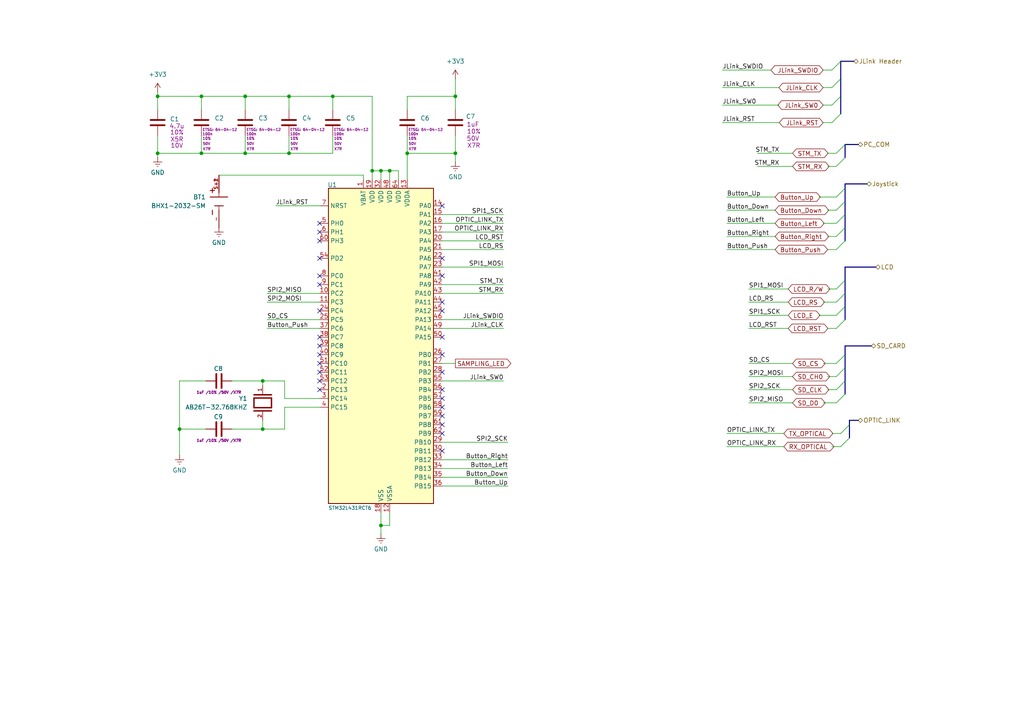
<source format=kicad_sch>
(kicad_sch (version 20250114) (generator "eeschema") (generator_version "9.0")
  (paper "A4")
  (lib_symbols
    (symbol "Device:C" (pin_numbers (hide yes)) (pin_names (offset 0.254))
      (property "Reference" "C" (at 0.635 2.54 0))
      (property "Value" "C" (at 0.635 -2.54 0))
      (symbol "C_0_1"
        (polyline (pts (xy -2.032 0.762) (xy 2.032 0.762)) (stroke (width 0.508)))
        (polyline (pts (xy -2.032 -0.762) (xy 2.032 -0.762)) (stroke (width 0.508)))
      )
      (symbol "C_1_1"
        (pin passive line (at 0 3.81 270) (length 2.794) (name "~") (number "1"))
        (pin passive line (at 0 -3.81 90) (length 2.794) (name "~") (number "2"))
      )
    )
    (symbol "Earr_loggy_sym_lib:AB26T-32.768KHZ" (pin_names (offset 1.016))
      (property "Reference" "Y" (at -5.0878 3.8159 0))
      (property "Value" "AB26T-32.768KHZ" (at -5.0944 -5.0944 0))
      (symbol "AB26T-32.768KHZ_0_0"
        (polyline (pts (xy -2.3368 2.54) (xy -2.3368 -2.54)) (stroke (width 0.4064)))
        (polyline (pts (xy -1.397 2.54) (xy -1.397 -2.54)) (stroke (width 0.4064)))
        (polyline (pts (xy -1.397 2.54) (xy 1.397 2.54)) (stroke (width 0.4064)))
        (polyline (pts (xy 1.397 2.54) (xy 1.397 -2.54)) (stroke (width 0.4064)))
        (polyline (pts (xy 1.397 -2.54) (xy -1.397 -2.54)) (stroke (width 0.4064)))
        (polyline (pts (xy 2.3368 2.54) (xy 2.3368 -2.54)) (stroke (width 0.4064)))
        (pin passive line (at -5.08 0 0) (length 2.54) (name "~") (number "1"))
        (pin passive line (at 5.08 0 180) (length 2.54) (name "~") (number "2"))
      )
    )
    (symbol "Earr_loggy_sym_lib:BHX1-2032-SM" (pin_names (offset 1.016))
      (property "Reference" "BT" (at -3.81 3.81 0))
      (property "Value" "BHX1-2032-SM" (at -3.81 -5.08 0))
      (symbol "BHX1-2032-SM_0_0"
        (polyline (pts (xy -3.81 1.905) (xy -2.54 1.905)) (stroke (width 0.254)))
        (polyline (pts (xy -3.175 2.54) (xy -3.175 1.27)) (stroke (width 0.254)))
        (polyline (pts (xy -1.27 2.54) (xy -1.27 -2.54)) (stroke (width 0.254)))
        (polyline (pts (xy -1.27 0) (xy -2.54 0)) (stroke (width 0.1524)))
        (polyline (pts (xy 1.27 1.27) (xy 1.27 -1.27)) (stroke (width 0.254)))
        (polyline (pts (xy 1.27 0) (xy 2.54 0)) (stroke (width 0.1524)))
        (polyline (pts (xy 3.81 1.905) (xy 2.54 1.905)) (stroke (width 0.254)))
        (pin passive line (at -7.62 0 0) (length 5.08) (name "~") (number "S+1"))
        (pin passive line (at -7.62 0 0) (length 5.08) (name "~") (number "S+2"))
        (pin passive line (at 7.62 0 180) (length 5.08) (name "~") (number "-"))
      )
    )
    (symbol "MCU_ST_STM32L4:STM32L431RCTx"
      (property "Reference" "U" (at -15.24 46.99 0))
      (property "Value" "STM32L431RCTx" (at 10.16 46.99 0))
      (symbol "STM32L431RCTx_0_1"
        (rectangle (start -15.24 -45.72) (end 15.24 45.72) (stroke (width 0.254)) (fill (type background)))
      )
      (symbol "STM32L431RCTx_1_1"
        (pin input line (at -17.78 40.64 0) (length 2.54) (name "NRST") (number "7"))
        (pin bidirectional line (at -17.78 35.56 0) (length 2.54) (name "PH0") (number "5"))
        (pin bidirectional line (at -17.78 33.02 0) (length 2.54) (name "PH1") (number "6"))
        (pin bidirectional line (at -17.78 30.48 0) (length 2.54) (name "PH3") (number "60"))
        (pin bidirectional line (at -17.78 25.4 0) (length 2.54) (name "PD2") (number "54"))
        (pin bidirectional line (at -17.78 20.32 0) (length 2.54) (name "PC0") (number "8"))
        (pin bidirectional line (at -17.78 17.78 0) (length 2.54) (name "PC1") (number "9"))
        (pin bidirectional line (at -17.78 15.24 0) (length 2.54) (name "PC2") (number "10"))
        (pin bidirectional line (at -17.78 12.7 0) (length 2.54) (name "PC3") (number "11"))
        (pin bidirectional line (at -17.78 10.16 0) (length 2.54) (name "PC4") (number "24"))
        (pin bidirectional line (at -17.78 7.62 0) (length 2.54) (name "PC5") (number "25"))
        (pin bidirectional line (at -17.78 5.08 0) (length 2.54) (name "PC6") (number "37"))
        (pin bidirectional line (at -17.78 2.54 0) (length 2.54) (name "PC7") (number "38"))
        (pin bidirectional line (at -17.78 0 0) (length 2.54) (name "PC8") (number "39"))
        (pin bidirectional line (at -17.78 -2.54 0) (length 2.54) (name "PC9") (number "40"))
        (pin bidirectional line (at -17.78 -5.08 0) (length 2.54) (name "PC10") (number "51"))
        (pin bidirectional line (at -17.78 -7.62 0) (length 2.54) (name "PC11") (number "52"))
        (pin bidirectional line (at -17.78 -10.16 0) (length 2.54) (name "PC12") (number "53"))
        (pin bidirectional line (at -17.78 -12.7 0) (length 2.54) (name "PC13") (number "2"))
        (pin bidirectional line (at -17.78 -15.24 0) (length 2.54) (name "PC14") (number "3"))
        (pin bidirectional line (at -17.78 -17.78 0) (length 2.54) (name "PC15") (number "4"))
        (pin power_in line (at -5.08 48.26 270) (length 2.54) (name "VBAT") (number "1"))
        (pin power_in line (at -2.54 48.26 270) (length 2.54) (name "VDD") (number "19"))
        (pin power_in line (at 0 48.26 270) (length 2.54) (name "VDD") (number "32"))
        (pin power_in line (at 0 -48.26 90) (length 2.54) (name "VSS") (number "18"))
        (pin passive line (at 0 -48.26 90) (length 2.54) (hide yes) (name "VSS") (number "31"))
        (pin passive line (at 0 -48.26 90) (length 2.54) (hide yes) (name "VSS") (number "47"))
        (pin passive line (at 0 -48.26 90) (length 2.54) (hide yes) (name "VSS") (number "63"))
        (pin power_in line (at 2.54 48.26 270) (length 2.54) (name "VDD") (number "48"))
        (pin power_in line (at 2.54 -48.26 90) (length 2.54) (name "VSSA") (number "12"))
        (pin power_in line (at 5.08 48.26 270) (length 2.54) (name "VDD") (number "64"))
        (pin power_in line (at 7.62 48.26 270) (length 2.54) (name "VDDA") (number "13"))
        (pin bidirectional line (at 17.78 40.64 180) (length 2.54) (name "PA0") (number "14"))
        (pin bidirectional line (at 17.78 38.1 180) (length 2.54) (name "PA1") (number "15"))
        (pin bidirectional line (at 17.78 35.56 180) (length 2.54) (name "PA2") (number "16"))
        (pin bidirectional line (at 17.78 33.02 180) (length 2.54) (name "PA3") (number "17"))
        (pin bidirectional line (at 17.78 30.48 180) (length 2.54) (name "PA4") (number "20"))
        (pin bidirectional line (at 17.78 27.94 180) (length 2.54) (name "PA5") (number "21"))
        (pin bidirectional line (at 17.78 25.4 180) (length 2.54) (name "PA6") (number "22"))
        (pin bidirectional line (at 17.78 22.86 180) (length 2.54) (name "PA7") (number "23"))
        (pin bidirectional line (at 17.78 20.32 180) (length 2.54) (name "PA8") (number "41"))
        (pin bidirectional line (at 17.78 17.78 180) (length 2.54) (name "PA9") (number "42"))
        (pin bidirectional line (at 17.78 15.24 180) (length 2.54) (name "PA10") (number "43"))
        (pin bidirectional line (at 17.78 12.7 180) (length 2.54) (name "PA11") (number "44"))
        (pin bidirectional line (at 17.78 10.16 180) (length 2.54) (name "PA12") (number "45"))
        (pin bidirectional line (at 17.78 7.62 180) (length 2.54) (name "PA13") (number "46"))
        (pin bidirectional line (at 17.78 5.08 180) (length 2.54) (name "PA14") (number "49"))
        (pin bidirectional line (at 17.78 2.54 180) (length 2.54) (name "PA15") (number "50"))
        (pin bidirectional line (at 17.78 -2.54 180) (length 2.54) (name "PB0") (number "26"))
        (pin bidirectional line (at 17.78 -5.08 180) (length 2.54) (name "PB1") (number "27"))
        (pin bidirectional line (at 17.78 -7.62 180) (length 2.54) (name "PB2") (number "28"))
        (pin bidirectional line (at 17.78 -10.16 180) (length 2.54) (name "PB3") (number "55"))
        (pin bidirectional line (at 17.78 -12.7 180) (length 2.54) (name "PB4") (number "56"))
        (pin bidirectional line (at 17.78 -15.24 180) (length 2.54) (name "PB5") (number "57"))
        (pin bidirectional line (at 17.78 -17.78 180) (length 2.54) (name "PB6") (number "58"))
        (pin bidirectional line (at 17.78 -20.32 180) (length 2.54) (name "PB7") (number "59"))
        (pin bidirectional line (at 17.78 -22.86 180) (length 2.54) (name "PB8") (number "61"))
        (pin bidirectional line (at 17.78 -25.4 180) (length 2.54) (name "PB9") (number "62"))
        (pin bidirectional line (at 17.78 -27.94 180) (length 2.54) (name "PB10") (number "29"))
        (pin bidirectional line (at 17.78 -30.48 180) (length 2.54) (name "PB11") (number "30"))
        (pin bidirectional line (at 17.78 -33.02 180) (length 2.54) (name "PB12") (number "33"))
        (pin bidirectional line (at 17.78 -35.56 180) (length 2.54) (name "PB13") (number "34"))
        (pin bidirectional line (at 17.78 -38.1 180) (length 2.54) (name "PB14") (number "35"))
        (pin bidirectional line (at 17.78 -40.64 180) (length 2.54) (name "PB15") (number "36"))
      )
    )
    (symbol "power:+3V3" (power) (pin_numbers (hide yes)) (pin_names (offset 0) (hide yes))
      (property "Value" "+3V3" (at 0 3.556 0))
      (symbol "+3V3_0_1"
        (polyline (pts (xy -0.762 1.27) (xy 0 2.54)))
        (polyline (pts (xy 0 2.54) (xy 0.762 1.27)))
        (polyline (pts (xy 0 0) (xy 0 2.54)))
      )
      (symbol "+3V3_1_1"
        (pin power_in line (at 0 0 90) (length 0) (name "~") (number "1"))
      )
    )
    (symbol "power:Earth" (power) (pin_numbers (hide yes)) (pin_names (offset 0) (hide yes))
      (property "Value" "Earth" (at 0 -3.81 0))
      (symbol "Earth_0_1"
        (polyline (pts (xy -0.635 -1.905) (xy 0.635 -1.905)))
        (polyline (pts (xy -0.127 -2.54) (xy 0.127 -2.54)))
        (polyline (pts (xy 0 -1.27) (xy 0 0)))
        (polyline (pts (xy 1.27 -1.27) (xy -1.27 -1.27)))
      )
      (symbol "Earth_1_1"
        (pin power_in line (at 0 0 270) (length 0) (name "~") (number "1"))
      )
    )
  )
  (junction (at 110.49 49.53))
  (junction (at 118.11 44.45))
  (junction (at 76.2 124.46))
  (junction (at 45.72 27.94))
  (junction (at 83.82 27.94))
  (junction (at 113.03 49.53))
  (junction (at 110.49 152.4))
  (junction (at 132.08 27.94))
  (junction (at 45.72 44.45))
  (junction (at 52.07 124.46))
  (junction (at 83.82 44.45))
  (junction (at 58.42 44.45))
  (junction (at 58.42 27.94))
  (junction (at 71.12 27.94))
  (junction (at 71.12 44.45))
  (junction (at 132.08 44.45))
  (junction (at 107.95 49.53))
  (junction (at 76.2 110.49))
  (junction (at 96.52 27.94))
  (no_connect (at 128.27 120.65))
  (no_connect (at 128.27 80.01))
  (no_connect (at 128.27 113.03))
  (no_connect (at 92.71 97.79))
  (no_connect (at 92.71 67.31))
  (no_connect (at 128.27 123.19))
  (no_connect (at 92.71 105.41))
  (no_connect (at 128.27 90.17))
  (no_connect (at 92.71 82.55))
  (no_connect (at 92.71 74.93))
  (no_connect (at 128.27 74.93))
  (no_connect (at 92.71 69.85))
  (no_connect (at 92.71 107.95))
  (no_connect (at 128.27 115.57))
  (no_connect (at 128.27 130.81))
  (no_connect (at 92.71 113.03))
  (no_connect (at 92.71 102.87))
  (no_connect (at 128.27 87.63))
  (no_connect (at 128.27 97.79))
  (no_connect (at 92.71 80.01))
  (no_connect (at 92.71 110.49))
  (no_connect (at 128.27 102.87))
  (no_connect (at 92.71 100.33))
  (no_connect (at 92.71 90.17))
  (no_connect (at 128.27 59.69))
  (no_connect (at 128.27 107.95))
  (no_connect (at 92.71 64.77))
  (no_connect (at 128.27 125.73))
  (no_connect (at 128.27 118.11))
  (bus_entry (at 245.11 58.42) (size -2.54 2.54))
  (bus_entry (at 245.11 85.09) (size -2.54 2.54))
  (bus_entry (at 245.11 114.3) (size -2.54 2.54))
  (bus_entry (at 245.11 106.68) (size -2.54 2.54))
  (bus_entry (at 245.11 81.28) (size -2.54 2.54))
  (bus_entry (at 245.11 45.72) (size -2.54 2.54))
  (bus_entry (at 245.11 88.9) (size -2.54 2.54))
  (bus_entry (at 243.84 22.86) (size -2.54 2.54))
  (bus_entry (at 246.38 127) (size -2.54 2.54))
  (bus_entry (at 245.11 92.71) (size -2.54 2.54))
  (bus_entry (at 245.11 54.61) (size -2.54 2.54))
  (bus_entry (at 246.38 123.19) (size -2.54 2.54))
  (bus_entry (at 245.11 62.23) (size -2.54 2.54))
  (bus_entry (at 245.11 66.04) (size -2.54 2.54))
  (bus_entry (at 245.11 102.87) (size -2.54 2.54))
  (bus_entry (at 245.11 41.91) (size -2.54 2.54))
  (bus_entry (at 243.84 17.78) (size -2.54 2.54))
  (bus_entry (at 243.84 33.02) (size -2.54 2.54))
  (bus_entry (at 245.11 69.85) (size -2.54 2.54))
  (bus_entry (at 243.84 27.94) (size -2.54 2.54))
  (bus_entry (at 245.11 110.49) (size -2.54 2.54))
  (wire (pts (xy 71.12 27.94) (xy 83.82 27.94)))
  (wire (pts (xy 82.55 118.11) (xy 82.55 124.46)))
  (wire (pts (xy 107.95 49.53) (xy 110.49 49.53)))
  (wire (pts (xy 110.49 49.53) (xy 113.03 49.53)))
  (wire (pts (xy 242.57 44.45) (xy 240.03 44.45)))
  (wire (pts (xy 242.57 48.26) (xy 240.03 48.26)))
  (wire (pts (xy 96.52 27.94) (xy 107.95 27.94)))
  (wire (pts (xy 128.27 82.55) (xy 146.05 82.55)))
  (bus (pts (xy 245.11 85.09) (xy 245.11 81.28)))
  (wire (pts (xy 52.07 110.49) (xy 52.07 124.46)))
  (wire (pts (xy 132.08 44.45) (xy 132.08 46.99)))
  (wire (pts (xy 71.12 44.45) (xy 83.82 44.45)))
  (wire (pts (xy 115.57 49.53) (xy 115.57 52.07)))
  (wire (pts (xy 45.72 44.45) (xy 58.42 44.45)))
  (wire (pts (xy 71.12 39.37) (xy 71.12 44.45)))
  (wire (pts (xy 229.87 44.45) (xy 219.71 44.45)))
  (wire (pts (xy 110.49 154.94) (xy 110.49 152.4)))
  (wire (pts (xy 241.3 30.48) (xy 238.76 30.48)))
  (wire (pts (xy 107.95 49.53) (xy 107.95 52.07)))
  (wire (pts (xy 217.17 105.41) (xy 229.87 105.41)))
  (wire (pts (xy 77.47 87.63) (xy 92.71 87.63)))
  (wire (pts (xy 52.07 124.46) (xy 59.69 124.46)))
  (wire (pts (xy 58.42 27.94) (xy 71.12 27.94)))
  (wire (pts (xy 113.03 152.4) (xy 113.03 148.59)))
  (wire (pts (xy 226.06 30.48) (xy 209.55 30.48)))
  (bus (pts (xy 245.11 62.23) (xy 245.11 58.42)))
  (wire (pts (xy 80.01 59.69) (xy 92.71 59.69)))
  (wire (pts (xy 76.2 110.49) (xy 67.31 110.49)))
  (bus (pts (xy 245.11 45.72) (xy 245.11 41.91)))
  (wire (pts (xy 210.82 60.96) (xy 224.79 60.96)))
  (wire (pts (xy 128.27 95.25) (xy 146.05 95.25)))
  (wire (pts (xy 223.52 20.32) (xy 209.55 20.32)))
  (wire (pts (xy 128.27 138.43) (xy 147.32 138.43)))
  (wire (pts (xy 128.27 92.71) (xy 146.05 92.71)))
  (wire (pts (xy 128.27 105.41) (xy 132.08 105.41)))
  (wire (pts (xy 45.72 39.37) (xy 45.72 44.45)))
  (wire (pts (xy 128.27 62.23) (xy 146.05 62.23)))
  (wire (pts (xy 217.17 83.82) (xy 228.6 83.82)))
  (wire (pts (xy 242.57 68.58) (xy 240.03 68.58)))
  (wire (pts (xy 113.03 49.53) (xy 113.03 52.07)))
  (wire (pts (xy 110.49 49.53) (xy 110.49 52.07)))
  (bus (pts (xy 245.11 92.71) (xy 245.11 88.9)))
  (wire (pts (xy 82.55 110.49) (xy 76.2 110.49)))
  (bus (pts (xy 245.11 81.28) (xy 245.11 77.47)))
  (wire (pts (xy 96.52 39.37) (xy 96.52 44.45)))
  (wire (pts (xy 228.6 91.44) (xy 217.17 91.44)))
  (wire (pts (xy 52.07 124.46) (xy 52.07 132.08)))
  (wire (pts (xy 229.87 48.26) (xy 219.71 48.26)))
  (bus (pts (xy 245.11 102.87) (xy 245.11 100.33)))
  (wire (pts (xy 132.08 27.94) (xy 132.08 31.75)))
  (wire (pts (xy 242.57 109.22) (xy 240.03 109.22)))
  (wire (pts (xy 45.72 27.94) (xy 58.42 27.94)))
  (wire (pts (xy 128.27 64.77) (xy 146.05 64.77)))
  (wire (pts (xy 132.08 22.86) (xy 132.08 27.94)))
  (wire (pts (xy 217.17 109.22) (xy 229.87 109.22)))
  (wire (pts (xy 96.52 27.94) (xy 96.52 31.75)))
  (wire (pts (xy 243.84 125.73) (xy 241.3 125.73)))
  (wire (pts (xy 107.95 27.94) (xy 107.95 49.53)))
  (wire (pts (xy 241.3 20.32) (xy 238.76 20.32)))
  (wire (pts (xy 128.27 69.85) (xy 146.05 69.85)))
  (wire (pts (xy 217.17 113.03) (xy 229.87 113.03)))
  (wire (pts (xy 83.82 27.94) (xy 96.52 27.94)))
  (bus (pts (xy 246.38 121.92) (xy 248.92 121.92)))
  (wire (pts (xy 242.57 105.41) (xy 238.76 105.41)))
  (wire (pts (xy 118.11 27.94) (xy 118.11 31.75)))
  (wire (pts (xy 128.27 67.31) (xy 146.05 67.31)))
  (wire (pts (xy 45.72 27.94) (xy 45.72 31.75)))
  (wire (pts (xy 242.57 113.03) (xy 240.03 113.03)))
  (wire (pts (xy 76.2 111.76) (xy 76.2 110.49)))
  (wire (pts (xy 45.72 45.72) (xy 45.72 44.45)))
  (wire (pts (xy 63.5 50.8) (xy 105.41 50.8)))
  (wire (pts (xy 241.3 25.4) (xy 238.76 25.4)))
  (bus (pts (xy 243.84 27.94) (xy 243.84 22.86)))
  (bus (pts (xy 245.11 110.49) (xy 245.11 106.68)))
  (wire (pts (xy 242.57 72.39) (xy 240.03 72.39)))
  (wire (pts (xy 243.84 129.54) (xy 241.3 129.54)))
  (bus (pts (xy 246.38 127) (xy 246.38 123.19)))
  (wire (pts (xy 83.82 39.37) (xy 83.82 44.45)))
  (bus (pts (xy 245.11 69.85) (xy 245.11 66.04)))
  (wire (pts (xy 92.71 115.57) (xy 82.55 115.57)))
  (wire (pts (xy 128.27 133.35) (xy 147.32 133.35)))
  (wire (pts (xy 52.07 110.49) (xy 59.69 110.49)))
  (wire (pts (xy 76.2 121.92) (xy 76.2 124.46)))
  (bus (pts (xy 245.11 41.91) (xy 248.92 41.91)))
  (wire (pts (xy 210.82 72.39) (xy 224.79 72.39)))
  (wire (pts (xy 110.49 152.4) (xy 110.49 148.59)))
  (wire (pts (xy 240.03 60.96) (xy 242.57 60.96)))
  (wire (pts (xy 226.06 25.4) (xy 209.55 25.4)))
  (wire (pts (xy 118.11 39.37) (xy 118.11 44.45)))
  (bus (pts (xy 245.11 100.33) (xy 252.73 100.33)))
  (wire (pts (xy 118.11 44.45) (xy 118.11 52.07)))
  (wire (pts (xy 128.27 85.09) (xy 146.05 85.09)))
  (bus (pts (xy 243.84 22.86) (xy 243.84 17.78)))
  (bus (pts (xy 245.11 114.3) (xy 245.11 110.49)))
  (wire (pts (xy 242.57 64.77) (xy 238.76 64.77)))
  (wire (pts (xy 210.82 68.58) (xy 224.79 68.58)))
  (wire (pts (xy 76.2 124.46) (xy 67.31 124.46)))
  (wire (pts (xy 58.42 27.94) (xy 58.42 31.75)))
  (wire (pts (xy 227.33 129.54) (xy 210.82 129.54)))
  (wire (pts (xy 128.27 77.47) (xy 146.05 77.47)))
  (wire (pts (xy 83.82 44.45) (xy 96.52 44.45)))
  (wire (pts (xy 242.57 95.25) (xy 240.03 95.25)))
  (wire (pts (xy 77.47 85.09) (xy 92.71 85.09)))
  (wire (pts (xy 77.47 92.71) (xy 92.71 92.71)))
  (wire (pts (xy 110.49 152.4) (xy 113.03 152.4)))
  (wire (pts (xy 128.27 135.89) (xy 147.32 135.89)))
  (wire (pts (xy 242.57 91.44) (xy 237.49 91.44)))
  (wire (pts (xy 217.17 116.84) (xy 229.87 116.84)))
  (wire (pts (xy 83.82 27.94) (xy 83.82 31.75)))
  (wire (pts (xy 210.82 57.15) (xy 224.79 57.15)))
  (wire (pts (xy 58.42 44.45) (xy 71.12 44.45)))
  (wire (pts (xy 71.12 27.94) (xy 71.12 31.75)))
  (wire (pts (xy 58.42 39.37) (xy 58.42 44.45)))
  (wire (pts (xy 242.57 87.63) (xy 238.76 87.63)))
  (wire (pts (xy 128.27 128.27) (xy 147.32 128.27)))
  (wire (pts (xy 128.27 140.97) (xy 147.32 140.97)))
  (wire (pts (xy 132.08 39.37) (xy 132.08 44.45)))
  (wire (pts (xy 217.17 87.63) (xy 228.6 87.63)))
  (wire (pts (xy 118.11 44.45) (xy 132.08 44.45)))
  (wire (pts (xy 77.47 95.25) (xy 92.71 95.25)))
  (bus (pts (xy 246.38 123.19) (xy 246.38 121.92)))
  (bus (pts (xy 245.11 88.9) (xy 245.11 85.09)))
  (wire (pts (xy 227.33 125.73) (xy 210.82 125.73)))
  (wire (pts (xy 92.71 118.11) (xy 82.55 118.11)))
  (bus (pts (xy 245.11 54.61) (xy 245.11 53.34)))
  (bus (pts (xy 245.11 77.47) (xy 254 77.47)))
  (wire (pts (xy 226.06 35.56) (xy 209.55 35.56)))
  (wire (pts (xy 118.11 27.94) (xy 132.08 27.94)))
  (bus (pts (xy 245.11 58.42) (xy 245.11 54.61)))
  (wire (pts (xy 228.6 95.25) (xy 217.17 95.25)))
  (wire (pts (xy 241.3 35.56) (xy 238.76 35.56)))
  (wire (pts (xy 82.55 124.46) (xy 76.2 124.46)))
  (bus (pts (xy 243.84 27.94) (xy 243.84 33.02)))
  (wire (pts (xy 113.03 49.53) (xy 115.57 49.53)))
  (bus (pts (xy 243.84 17.78) (xy 247.65 17.78)))
  (wire (pts (xy 105.41 50.8) (xy 105.41 52.07)))
  (wire (pts (xy 45.72 26.67) (xy 45.72 27.94)))
  (wire (pts (xy 210.82 64.77) (xy 224.79 64.77)))
  (bus (pts (xy 245.11 106.68) (xy 245.11 102.87)))
  (bus (pts (xy 245.11 66.04) (xy 245.11 62.23)))
  (wire (pts (xy 242.57 116.84) (xy 238.76 116.84)))
  (wire (pts (xy 146.05 72.39) (xy 128.27 72.39)))
  (wire (pts (xy 242.57 83.82) (xy 240.03 83.82)))
  (wire (pts (xy 242.57 57.15) (xy 237.49 57.15)))
  (bus (pts (xy 245.11 53.34) (xy 251.46 53.34)))
  (wire (pts (xy 82.55 115.57) (xy 82.55 110.49)))
  (wire (pts (xy 128.27 110.49) (xy 146.05 110.49)))
  (label "JLink_SW0" (at 146.05 110.49 180))
  (label "STM_TX" (at 146.05 82.55 180))
  (label "Button_Left" (at 210.82 64.77 0))
  (label "SPI2_MOSI" (at 217.17 109.22 0))
  (label "SPI2_MISO" (at 217.17 116.84 0))
  (label "SPI1_SCK" (at 217.17 91.44 0))
  (label "SPI1_SCK" (at 146.05 62.23 180))
  (label "SPI2_SCK" (at 147.32 128.27 180))
  (label "OPTIC_LINK_TX" (at 146.05 64.77 180))
  (label "JLink_SW0" (at 209.55 30.48 0))
  (label "LCD_RS" (at 146.05 72.39 180))
  (label "OPTIC_LINK_TX" (at 210.82 125.73 0))
  (label "STM_RX" (at 146.05 85.09 180))
  (label "SPI2_MISO" (at 77.47 85.09 0))
  (label "SPI2_MOSI" (at 77.47 87.63 0))
  (label "STM_RX" (at 226.06 48.26 180))
  (label "LCD_RST" (at 217.17 95.25 0))
  (label "SPI2_SCK" (at 217.17 113.03 0))
  (label "STM_TX" (at 226.06 44.45 180))
  (label "JLink_SWDIO" (at 209.55 20.32 0))
  (label "JLink_RST" (at 80.01 59.69 0))
  (label "JLink_CLK" (at 146.05 95.25 180))
  (label "JLink_RST" (at 209.55 35.56 0))
  (label "OPTIC_LINK_RX" (at 146.05 67.31 180))
  (label "Button_Left" (at 147.32 135.89 180))
  (label "Button_Down" (at 147.32 138.43 180))
  (label "Button_Up" (at 147.32 140.97 180))
  (label "SD_CS" (at 217.17 105.41 0))
  (label "JLink_SWDIO" (at 146.05 92.71 180))
  (label "SPI1_MOSI" (at 217.17 83.82 0))
  (label "Button_Push" (at 210.82 72.39 0))
  (label "Button_Push" (at 77.47 95.25 0))
  (label "LCD_RS" (at 217.17 87.63 0))
  (label "SD_CS" (at 77.47 92.71 0))
  (label "Button_Down" (at 210.82 60.96 0))
  (label "Button_Right" (at 147.32 133.35 180))
  (label "LCD_RST" (at 146.05 69.85 180))
  (label "OPTIC_LINK_RX" (at 210.82 129.54 0))
  (label "Button_Up" (at 210.82 57.15 0))
  (label "JLink_CLK" (at 209.55 25.4 0))
  (label "Button_Right" (at 210.82 68.58 0))
  (label "SPI1_MOSI" (at 146.05 77.47 180))
  (global_label "SD_D0" (shape bidirectional) (at 229.87 116.84 0) (property "Intersheetrefs" "${INTERSHEET_REFS}" (effects (hide yes))))
  (global_label "STM_RX" (shape bidirectional) (at 229.87 48.26 0) (property "Intersheetrefs" "${INTERSHEET_REFS}" (effects (hide yes))))
  (global_label "LCD_R{slash}W" (shape bidirectional) (at 228.6 83.82 0) (property "Intersheetrefs" "${INTERSHEET_REFS}" (effects (hide yes))))
  (global_label "SAMPLING_LED" (shape output) (at 132.08 105.41 0) (property "Intersheetrefs" "${INTERSHEET_REFS}" (effects (hide yes))))
  (global_label "SD_CS" (shape bidirectional) (at 229.87 105.41 0) (property "Intersheetrefs" "${INTERSHEET_REFS}" (effects (hide yes))))
  (global_label "LCD_E" (shape bidirectional) (at 228.6 91.44 0) (property "Intersheetrefs" "${INTERSHEET_REFS}" (effects (hide yes))))
  (global_label "JLink_SWDIO" (shape bidirectional) (at 238.76 20.32 180) (property "Intersheetrefs" "${INTERSHEET_REFS}" (effects (hide yes))))
  (global_label "Button_Down" (shape bidirectional) (at 224.79 60.96 0) (property "Intersheetrefs" "${INTERSHEET_REFS}" (effects (hide yes))))
  (global_label "LCD_RST" (shape bidirectional) (at 228.6 95.25 0) (property "Intersheetrefs" "${INTERSHEET_REFS}" (effects (hide yes))))
  (global_label "JLink_SW0" (shape bidirectional) (at 238.76 30.48 180) (property "Intersheetrefs" "${INTERSHEET_REFS}" (effects (hide yes))))
  (global_label "SD_CH0" (shape bidirectional) (at 229.87 109.22 0) (property "Intersheetrefs" "${INTERSHEET_REFS}" (effects (hide yes))))
  (global_label "Button_Up" (shape bidirectional) (at 224.79 57.15 0) (property "Intersheetrefs" "${INTERSHEET_REFS}" (effects (hide yes))))
  (global_label "STM_TX" (shape bidirectional) (at 229.87 44.45 0) (property "Intersheetrefs" "${INTERSHEET_REFS}" (effects (hide yes))))
  (global_label "Button_Left" (shape bidirectional) (at 224.79 64.77 0) (property "Intersheetrefs" "${INTERSHEET_REFS}" (effects (hide yes))))
  (global_label "SD_CLK" (shape bidirectional) (at 229.87 113.03 0) (property "Intersheetrefs" "${INTERSHEET_REFS}" (effects (hide yes))))
  (global_label "JLink_RST" (shape bidirectional) (at 238.76 35.56 180) (property "Intersheetrefs" "${INTERSHEET_REFS}" (effects (hide yes))))
  (global_label "LCD_RS" (shape bidirectional) (at 228.6 87.63 0) (property "Intersheetrefs" "${INTERSHEET_REFS}" (effects (hide yes))))
  (global_label "TX_OPTICAL" (shape bidirectional) (at 227.33 125.73 0) (property "Intersheetrefs" "${INTERSHEET_REFS}" (effects (hide yes))))
  (global_label "JLink_CLK" (shape bidirectional) (at 238.76 25.4 180) (property "Intersheetrefs" "${INTERSHEET_REFS}" (effects (hide yes))))
  (global_label "RX_OPTICAL" (shape bidirectional) (at 227.33 129.54 0) (property "Intersheetrefs" "${INTERSHEET_REFS}" (effects (hide yes))))
  (global_label "Button_Push" (shape bidirectional) (at 224.79 72.39 0) (property "Intersheetrefs" "${INTERSHEET_REFS}" (effects (hide yes))))
  (global_label "Button_Right" (shape bidirectional) (at 224.79 68.58 0) (property "Intersheetrefs" "${INTERSHEET_REFS}" (effects (hide yes))))
  (hierarchical_label "JLink Header" (shape bidirectional) (at 247.65 17.78 0))
  (hierarchical_label "LCD" (shape bidirectional) (at 254 77.47 0))
  (hierarchical_label "PC_COM" (shape bidirectional) (at 248.92 41.91 0))
  (hierarchical_label "Joystick" (shape bidirectional) (at 251.46 53.34 0))
  (hierarchical_label "OPTIC_LINK" (shape bidirectional) (at 248.92 121.92 0))
  (hierarchical_label "SD_CARD" (shape bidirectional) (at 252.73 100.33 0))
  (symbol (lib_id "Device:C") (at 83.82 35.56 0) (unit 1)
    (property "Reference" "C4" (at 87.63 34.2899 0) (effects (justify left)))
    (property "Value" "100n" (effects (hide yes)))
    (property "Footprint" "Capacitor_SMD:C_0805_2012Metric_Pad1.18x1.45mm_HandSolder" (effects (hide yes)))
    (property "Description" "ETSG: 64-04-12" (at 89.154 37.592 0) (effects (font (size 0.762 0.762))))
    (property "Field5" "100n" (at 85.598 38.862 0) (effects (font (size 0.762 0.762))))
    (property "Field6" "10%" (at 85.344 40.132 0) (effects (font (size 0.762 0.762))))
    (property "Field7" "50V " (at 85.598 41.656 0) (effects (font (size 0.762 0.762))))
    (property "Field8" "X7R" (at 85.344 43.18 0) (effects (font (size 0.762 0.762))))
  )
  (symbol (lib_id "MCU_ST_STM32L4:STM32L431RCTx") (at 110.49 100.33 0) (unit 1)
    (property "Reference" "U1" (at 94.996 53.594 0) (effects (justify left)))
    (property "Value" "STM32L431RCT6" (at 95.25 147.32 0) (effects (font (size 1.016 1.016)) (justify left)))
    (property "Footprint" "Package_QFP:LQFP-64_10x10mm_P0.5mm" (effects (hide yes)))
    (property "Datasheet" "https://www.st.com/resource/en/datasheet/stm32l431rc.pdf" (effects (hide yes)))
    (property "Description" "STMicroelectronics Arm Cortex-M4 MCU, 256KB flash, 64KB RAM, 80 MHz, 1.71-3.6V, 52 GPIO, LQFP64" (effects (hide yes)))
  )
  (symbol (lib_id "power:+3V3") (at 132.08 22.86 0) (unit 1)
    (property "Reference" "#PWR017" (effects (hide yes)))
    (property "Value" "+3V3" (at 132.08 17.78 0))
    (property "Description" "Power symbol creates a global label with name \"+3V3\"" (effects (hide yes)))
  )
  (symbol (lib_id "power:Earth") (at 45.72 45.72 0) (unit 1)
    (property "Reference" "#PWR013" (effects (hide yes)))
    (property "Value" "GND" (at 45.72 50.038 0))
    (property "Description" "Power symbol creates a global label with name \"Earth\"" (effects (hide yes)))
  )
  (symbol (lib_id "Device:C") (at 118.11 35.56 0) (unit 1)
    (property "Reference" "C6" (at 121.92 34.2899 0) (effects (justify left)))
    (property "Value" "100n" (effects (hide yes)))
    (property "Footprint" "Capacitor_SMD:C_0805_2012Metric_Pad1.18x1.45mm_HandSolder" (effects (hide yes)))
    (property "Description" "ETSG: 64-04-12" (at 123.444 37.592 0) (effects (font (size 0.762 0.762))))
    (property "Field5" "100n" (at 119.888 38.862 0) (effects (font (size 0.762 0.762))))
    (property "Field6" "10%" (at 119.634 40.132 0) (effects (font (size 0.762 0.762))))
    (property "Field7" "50V " (at 119.888 41.656 0) (effects (font (size 0.762 0.762))))
    (property "Field8" "X7R" (at 119.634 43.18 0) (effects (font (size 0.762 0.762))))
  )
  (symbol (lib_id "power:+3V3") (at 45.72 26.67 0) (unit 1)
    (property "Reference" "#PWR06" (effects (hide yes)))
    (property "Value" "+3V3" (at 45.72 21.59 0))
    (property "Description" "Power symbol creates a global label with name \"+3V3\"" (effects (hide yes)))
  )
  (symbol (lib_id "Device:C") (at 96.52 35.56 0) (unit 1)
    (property "Reference" "C5" (at 100.33 34.2899 0) (effects (justify left)))
    (property "Value" "100n" (effects (hide yes)))
    (property "Footprint" "Capacitor_SMD:C_0805_2012Metric_Pad1.18x1.45mm_HandSolder" (effects (hide yes)))
    (property "Description" "ETSG: 64-04-12" (at 101.854 37.592 0) (effects (font (size 0.762 0.762))))
    (property "Field5" "100n" (at 98.298 38.862 0) (effects (font (size 0.762 0.762))))
    (property "Field6" "10%" (at 98.044 40.132 0) (effects (font (size 0.762 0.762))))
    (property "Field7" "50V " (at 98.298 41.656 0) (effects (font (size 0.762 0.762))))
    (property "Field8" "X7R" (at 98.044 43.18 0) (effects (font (size 0.762 0.762))))
  )
  (symbol (lib_id "power:Earth") (at 110.49 154.94 0) (unit 1)
    (property "Reference" "#PWR012" (effects (hide yes)))
    (property "Value" "GND" (at 110.49 159.258 0))
    (property "Description" "Power symbol creates a global label with name \"Earth\"" (effects (hide yes)))
  )
  (symbol (lib_id "Device:C") (at 58.42 35.56 0) (unit 1)
    (property "Reference" "C2" (at 62.23 34.2899 0) (effects (justify left)))
    (property "Value" "100n" (effects (hide yes)))
    (property "Footprint" "Capacitor_SMD:C_0805_2012Metric_Pad1.18x1.45mm_HandSolder" (effects (hide yes)))
    (property "Description" "ETSG: 64-04-12" (at 63.754 37.592 0) (effects (font (size 0.762 0.762))))
    (property "Field5" "100n" (at 60.198 38.862 0) (effects (font (size 0.762 0.762))))
    (property "Field6" "10%" (at 59.944 40.132 0) (effects (font (size 0.762 0.762))))
    (property "Field7" "50V " (at 60.198 41.656 0) (effects (font (size 0.762 0.762))))
    (property "Field8" "X7R" (at 59.944 43.18 0) (effects (font (size 0.762 0.762))))
  )
  (symbol (lib_id "Device:C") (at 71.12 35.56 0) (unit 1)
    (property "Reference" "C3" (at 74.93 34.2899 0) (effects (justify left)))
    (property "Value" "100n" (effects (hide yes)))
    (property "Footprint" "Capacitor_SMD:C_0805_2012Metric_Pad1.18x1.45mm_HandSolder" (effects (hide yes)))
    (property "Description" "ETSG: 64-04-12" (at 76.454 37.592 0) (effects (font (size 0.762 0.762))))
    (property "Field5" "100n" (at 72.898 38.862 0) (effects (font (size 0.762 0.762))))
    (property "Field6" "10%" (at 72.644 40.132 0) (effects (font (size 0.762 0.762))))
    (property "Field7" "50V " (at 72.898 41.656 0) (effects (font (size 0.762 0.762))))
    (property "Field8" "X7R" (at 72.644 43.18 0) (effects (font (size 0.762 0.762))))
  )
  (symbol (lib_id "Device:C") (at 63.5 110.49 90) (unit 1)
    (property "Reference" "C8" (at 61.976 106.934 90) (effects (justify right)))
    (property "Value" "1UF" (effects (hide yes)))
    (property "Footprint" "Capacitor_SMD:C_0201_0603Metric_Pad0.64x0.40mm_HandSolder" (effects (hide yes)))
    (property "Description" "1uF /10% /50V /X7R" (at 63.5 113.792 90) (effects (font (size 0.762 0.762))))
  )
  (symbol (lib_id "Device:C") (at 45.72 35.56 0) (unit 1)
    (property "Reference" "C1" (at 49.276 34.544 0) (effects (justify left)))
    (property "Value" "4.7u 10% 10V X5R" (effects (hide yes)))
    (property "Footprint" "Capacitor_SMD:C_0201_0603Metric_Pad0.64x0.40mm_HandSolder" (effects (hide yes)))
    (property "Description" "4.7u" (at 51.308 36.576 0))
    (property "Field5" "10% " (at 51.816 38.354 0))
    (property "Field6" "10V" (at 51.308 42.164 0))
    (property "Field7" "X5R" (at 51.308 40.386 0))
  )
  (symbol (lib_id "power:Earth") (at 132.08 46.99 0) (unit 1)
    (property "Reference" "#PWR09" (effects (hide yes)))
    (property "Value" "GND" (at 132.08 51.308 0))
    (property "Description" "Power symbol creates a global label with name \"Earth\"" (effects (hide yes)))
  )
  (symbol (lib_id "power:Earth") (at 63.5 66.04 0) (unit 1)
    (property "Reference" "#PWR018" (effects (hide yes)))
    (property "Value" "GND" (at 63.5 70.358 0))
    (property "Description" "Power symbol creates a global label with name \"Earth\"" (effects (hide yes)))
  )
  (symbol (lib_id "Device:C") (at 63.5 124.46 90) (unit 1)
    (property "Reference" "C9" (at 61.976 120.904 90) (effects (justify right)))
    (property "Value" "1UF" (effects (hide yes)))
    (property "Footprint" "Capacitor_SMD:C_0201_0603Metric_Pad0.64x0.40mm_HandSolder" (effects (hide yes)))
    (property "Description" "1uF /10% /50V /X7R" (at 63.5 127.762 90) (effects (font (size 0.762 0.762))))
  )
  (symbol (lib_id "Earr_loggy_sym_lib:BHX1-2032-SM") (at 63.5 58.42 90) (mirror x) (unit 1)
    (property "Reference" "BT1" (at 59.69 57.1499 90) (effects (justify left)))
    (property "Value" "BHX1-2032-SM" (at 59.69 59.6899 90) (effects (justify left)))
    (property "Footprint" "kicad_footprint-library-engg3800-alvin:BAT_BHX1-2032-SM" (effects (hide yes)))
    (property "PARTREV" "L" (effects (hide yes)))
    (property "STANDARD" "Manufacturer Recommendations" (effects (hide yes)))
    (property "MAXIMUM_PACKAGE_HEIGHT" "4.32 mm" (effects (hide yes)))
    (property "MANUFACTURER" "MPD" (effects (hide yes)))
  )
  (symbol (lib_id "power:Earth") (at 52.07 132.08 0) (unit 1)
    (property "Reference" "#PWR031" (effects (hide yes)))
    (property "Value" "GND" (at 52.07 136.398 0))
    (property "Description" "Power symbol creates a global label with name \"Earth\"" (effects (hide yes)))
  )
  (symbol (lib_id "Device:C") (at 132.08 35.56 0) (unit 1)
    (property "Reference" "C7" (at 135.128 33.782 0) (effects (justify left)))
    (property "Value" "1UF" (effects (hide yes)))
    (property "Footprint" "Capacitor_SMD:C_0201_0603Metric_Pad0.64x0.40mm_HandSolder" (effects (hide yes)))
    (property "Description" "1uF" (at 137.16 36.068 0))
    (property "Field5" "10% " (at 137.922 38.1 0))
    (property "Field6" "50V " (at 137.668 40.132 0))
    (property "Field7" "X7R" (at 137.414 42.164 0))
  )
  (symbol (lib_id "Earr_loggy_sym_lib:AB26T-32.768KHZ") (at 76.2 116.84 90) (mirror x) (unit 1)
    (property "Reference" "Y1" (at 71.755 115.5699 90) (effects (justify left)))
    (property "Value" "AB26T-32.768KHZ" (at 71.755 118.1099 90) (effects (justify left)))
    (property "Footprint" "kicad_footprint-library-engg3800-alvin:XTAL_AB26T-32.768KHZ" (effects (hide yes)))
    (property "PARTREV" "06.29.10" (effects (hide yes)))
    (property "STANDARD" "IPC-7351B" (effects (hide yes)))
    (property "SNAPEDA_PN" "AB26T-32.768KHZ" (effects (hide yes)))
    (property "MAXIMUM_PACKAGE_HEIGHT" "2.1 mm" (effects (hide yes)))
    (property "MANUFACTURER" "Abracon" (effects (hide yes)))
  )
)
</source>
